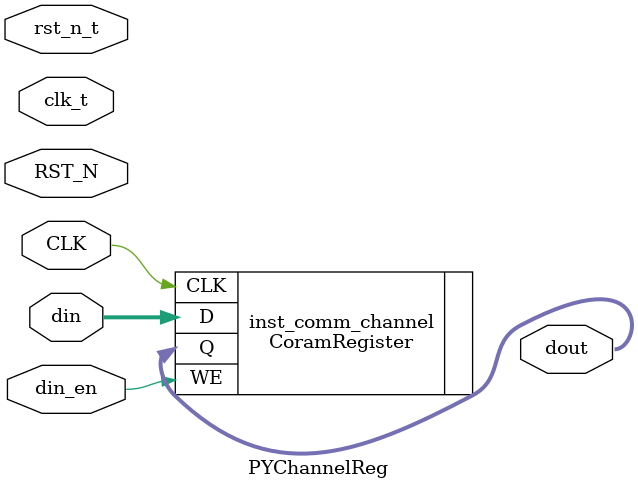
<source format=v>


module PYCORAM1 (CLK, CLK_2X, clk_s, rst_n_s, clk_t, rst_n_t, RST_N, 
               en, wen, addr, din, dout, do_en);

  parameter CORAM_THREAD_NAME = "undefined";
  parameter CORAM_THREAD_ID = 0;
  parameter CORAM_ID = 0;
  parameter CORAM_SUB_ID = 0;
  parameter CORAM_ADDR_LEN = 10;
  parameter CORAM_DATA_WIDTH = 32;
  
    parameter THREAD	  = "undefined";
    parameter THREAD_ID   = -1;
    parameter OBJECT_ID   = -1;
 
    parameter WIDTH       = 36;
    parameter DEPTH       = 512;
    parameter INDEXWIDTH  = 9;

    // VERY IMPORTANT: SUB_IDs must be placed AFTER the required parameters
    parameter SUB_ID      = -1;
    parameter SUBSUB_ID   = -1;
    parameter SUBSUBSUB_ID  = -1;
    parameter SUBSUBSUBSUB_ID  = -1;
    parameter SUBSUBSUBSUBSUB_ID  = -1;

    input   CLK;
    input   CLK_2X;
    input   clk_s;
    input   rst_n_s;
    input   clk_t;
    input   rst_n_t;
    input   RST_N, en, wen;

    input   [INDEXWIDTH-1:0]  addr;
    input   [WIDTH-1:0] din;
    output  [WIDTH-1:0] dout;
    input   do_en; /* for bluespec */

  CoramMemory1P
  #(
    .CORAM_THREAD_NAME(CORAM_THREAD_NAME),
    .CORAM_THREAD_ID(CORAM_THREAD_ID),
    .CORAM_ID(CORAM_ID),
    .CORAM_SUB_ID(CORAM_SUB_ID),
    .CORAM_ADDR_LEN(CORAM_ADDR_LEN),
    .CORAM_DATA_WIDTH(CORAM_DATA_WIDTH)
    )
  inst_coram
  (.CLK(CLK),
   .ADDR(addr),
   .D(din),
   .WE(wen),
   .Q(dout)
   );
  
endmodule

  
////////////////////////////////////////////////////////////
// CORAM2 - dual-ported CoRAM
//
// Uses triple-ported read-write BlockRAM
// port A/B ~ user logic clock domain (double-pumped)
// port C ~ system clock domain (CoRAM back-end)
////////////////////////////////////////////////////////////

module PYCORAM2 (CLK, CLK_2X, clk_s, rst_n_s, clk_t, rst_n_t, RST_N, 
               en_a, en_b, wen_a, wen_b,
	             addr_a, addr_b, di_a, di_b, do_a, do_a_en, do_b, do_b_en);

  parameter CORAM_THREAD_NAME = "undefined";
  parameter CORAM_THREAD_ID = 0;
  parameter CORAM_ID = 0;
  parameter CORAM_SUB_ID = 0;
  parameter CORAM_ADDR_LEN = 10;
  parameter CORAM_DATA_WIDTH = 32;
  
    parameter THREAD	  = "undefined";
    parameter THREAD_ID   = -1;
    parameter OBJECT_ID   = -1;

    parameter WIDTH       = 36;
    parameter DEPTH       = 512;
    parameter INDEXWIDTH  = 9;

    // VERY IMPORTANT: SUB_IDs must be placed AFTER the required parameters
    parameter SUB_ID      = -1;
    parameter SUBSUB_ID   = -1;
    parameter SUBSUBSUB_ID  = -1;
    parameter SUBSUBSUBSUB_ID  = -1;
    parameter SUBSUBSUBSUBSUB_ID  = -1; 

    input   CLK;
    input   CLK_2X; // edge-aligned double-pumped clock
    input   clk_s;
    input   rst_n_s;
    input   RST_N, en_a, en_b, wen_a, wen_b;
    input   clk_t;
    input   rst_n_t; 

    input   [INDEXWIDTH-1:0]  addr_a, addr_b;
    input   [WIDTH-1:0] di_a, di_b;
    output  [WIDTH-1:0] do_a, do_b;
    input   do_a_en, do_b_en; /*for bluespec*/

  CoramMemory2P
  #(
    .CORAM_THREAD_NAME(CORAM_THREAD_NAME),
    .CORAM_THREAD_ID(CORAM_THREAD_ID),
    .CORAM_ID(CORAM_ID),
    .CORAM_SUB_ID(CORAM_SUB_ID),
    .CORAM_ADDR_LEN(CORAM_ADDR_LEN),
    .CORAM_DATA_WIDTH(CORAM_DATA_WIDTH)
    )
  inst_coram
  (.CLK(CLK),
   .ADDR0(addr_a),
   .D0(di_a),
   .WE0(wen_a),
   .Q0(do_a),
   .ADDR1(addr_b),
   .D1(di_b),
   .WE1(wen_b),
   .Q1(do_b)
   );
  
endmodule


////////////////////////////////////////////////////////////
// ChannelFIFO
// User logic decoupled from CoRAM back-end clock domain
////////////////////////////////////////////////////////////

module PYChannelFIFO (CLK, RST_N, clk_t, rst_n_t,
                    din, din_rdy, din_en, dout, dout_rdy, dout_en);

  parameter CORAM_THREAD_NAME = "undefined";
  parameter CORAM_THREAD_ID = 0;
  parameter CORAM_ID = 0;
  parameter CORAM_SUB_ID = 0;
  parameter CORAM_ADDR_LEN = 10;
  parameter CORAM_DATA_WIDTH = 64;
  
    parameter THREAD	  = "undefined";
    parameter THREAD_ID   = -1;
    parameter OBJECT_ID   = -1;
 
    parameter WIDTH       = 64;
    parameter DEPTH       = 16;
    parameter LOGDEPTH    = 4;

    // VERY IMPORTANT: SUB_IDs must be placed AFTER the required parameters
    parameter SUB_ID      = -1;
    parameter SUBSUB_ID   = -1;
    parameter SUBSUBSUB_ID  = -1;
    parameter SUBSUBSUBSUB_ID  = -1;
    parameter SUBSUBSUBSUBSUB_ID  = -1; 

    input		    CLK;
    input		    clk_t;
    input		    RST_N;
    input		    rst_n_t;

    /////////////// TO CONTROL THREAD ////////////////
    
    input		    dout_en;
    input [WIDTH-1:0]	    dout; // write by user
    output		    dout_rdy;

    /////////////// FROM CONTROL THREAD ////////////////
    
    input		    din_en;
    output [WIDTH-1:0]	    din; // from thread to user
    output		    din_rdy;

  wire not_dout_rdy;
  wire not_din_rdy;
  assign dout_rdy = !not_dout_rdy;
  assign din_rdy = !not_din_rdy;
  
  CoramChannel
  #(
    .CORAM_THREAD_NAME(CORAM_THREAD_NAME),
    .CORAM_THREAD_ID(CORAM_THREAD_ID),
    .CORAM_ID(CORAM_ID),
    .CORAM_SUB_ID(CORAM_SUB_ID),
    .CORAM_ADDR_LEN(CORAM_ADDR_LEN),
    .CORAM_DATA_WIDTH(CORAM_DATA_WIDTH)
    )
  inst_comm_channel
  (.CLK(CLK),
   .RST(!RST_N),
   .D(dout),
   .ENQ(dout_en),
   .FULL(not_dout_rdy),
   .Q(din),
   .DEQ(din_en),
   .EMPTY(not_din_rdy)
   );
endmodule


////////////////////////////////////////////////////////////
// ChannelReg
// User logic decoupled from CoRAM back-end clock domain
//////////////////////////////////////////////////////////// 

module PYChannelReg (CLK, RST_N, clk_t, rst_n_t,
                   din, din_en, dout);

  parameter CORAM_THREAD_NAME = "undefined";
  parameter CORAM_THREAD_ID = 0;
  parameter CORAM_ID = 0;
  parameter CORAM_SUB_ID = 0;
  parameter CORAM_ADDR_LEN = 10;
  parameter CORAM_DATA_WIDTH = 64;
  
    parameter THREAD	  = "undefined";
    parameter THREAD_ID   = -1;
    parameter OBJECT_ID   = -1;
    parameter WIDTH       = 64;

    // VERY IMPORTANT: SUB_IDs must be placed AFTER the required parameters
    parameter SUB_ID      = -1;
    parameter SUBSUB_ID   = -1;
    parameter SUBSUBSUB_ID  = -1;
    parameter SUBSUBSUBSUB_ID  = -1;
    parameter SUBSUBSUBSUBSUB_ID  = -1;  

    input		    CLK;
    input		    RST_N;
    input		    clk_t;
    input		    rst_n_t;

    // From client
    input   [WIDTH-1:0]	    din;	    // write interface for client
    input		    din_en;	    // ''
    reg [WIDTH-1:0]         din_reg;

    // From control thread
    output [WIDTH-1:0]	    dout;	    // read interface for the client

  CoramRegister
  #(
    .CORAM_THREAD_NAME(CORAM_THREAD_NAME),
    .CORAM_THREAD_ID(CORAM_THREAD_ID),
    .CORAM_ID(CORAM_ID),
    .CORAM_SUB_ID(CORAM_SUB_ID),
    .CORAM_ADDR_LEN(CORAM_ADDR_LEN),
    .CORAM_DATA_WIDTH(CORAM_DATA_WIDTH)
    )
  inst_comm_channel
  (.CLK(CLK),
   .D(din),
   .WE(din_en),
   .Q(dout)
   );
  
endmodule


</source>
